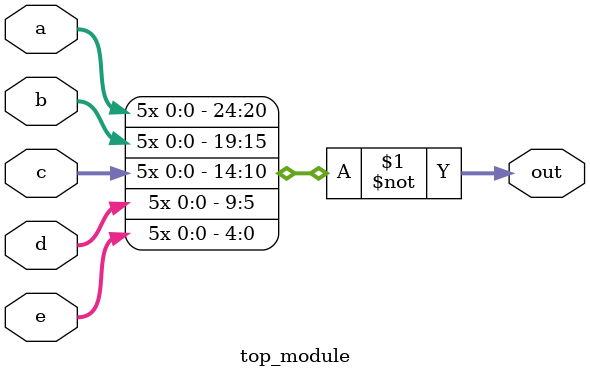
<source format=v>
module top_module (
    input a, b, c, d, e,
    output [24:0] out );//

    // The output is XNOR of two vectors created by 
    // concatenating and replicating the five inputs.
    // assign out = ~{ ... } ^ { ... };
    // Insert your code below

    assign out = ~{a, a, a, a, a, b, b, b, b, b, c, c, c, c, c, d, d, d, d, d, e, e, e, e, e};
    // The above code creates a vector of 25 bits, with each bit being the complement of the corresponding bit in the input vector.
    // The XNOR operation then compares each bit in the input vector to its complement, and outputs a 1 if the bits are equal.
endmodule
</source>
